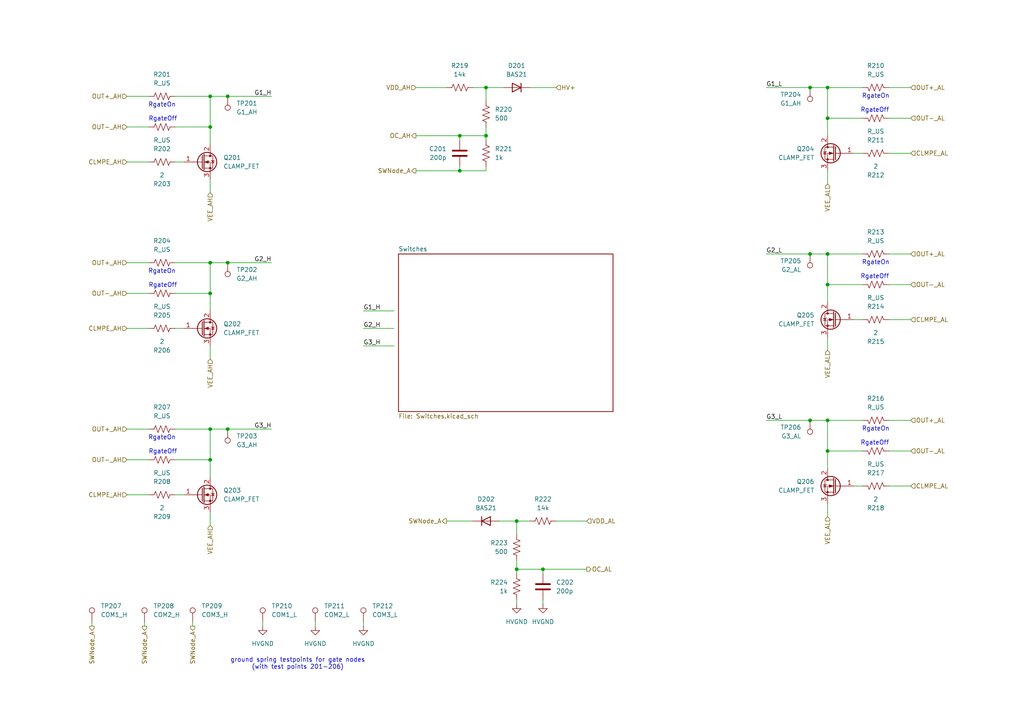
<source format=kicad_sch>
(kicad_sch (version 20250114) (generator "eeschema") (generator_version "9.0")
  (paper "A4")
  (lib_symbols
    (symbol "Connector:TestPoint" (pin_numbers (hide yes)) (pin_names (offset 0.762) (hide yes))
      (property "Reference" "TP" (at 0 6.858 0))
      (property "Value" "TestPoint" (at 0 5.08 0))
      (symbol "TestPoint_0_1"
        (circle (center 0 3.302) (radius 0.762))
      )
      (symbol "TestPoint_1_1"
        (pin passive line (at 0 0 90) (length 2.54) (name "1") (number "1"))
      )
    )
    (symbol "Device:C" (pin_numbers (hide yes)) (pin_names (offset 0.254))
      (property "Reference" "C" (at 0.635 2.54 0))
      (property "Value" "C" (at 0.635 -2.54 0))
      (symbol "C_0_1"
        (polyline (pts (xy -2.032 0.762) (xy 2.032 0.762)) (stroke (width 0.508)))
        (polyline (pts (xy -2.032 -0.762) (xy 2.032 -0.762)) (stroke (width 0.508)))
      )
      (symbol "C_1_1"
        (pin passive line (at 0 3.81 270) (length 2.794) (name "~") (number "1"))
        (pin passive line (at 0 -3.81 90) (length 2.794) (name "~") (number "2"))
      )
    )
    (symbol "Device:R_US" (pin_numbers (hide yes)) (pin_names (offset 0))
      (property "Reference" "R" (at 2.54 0 90))
      (property "Value" "R_US" (at -2.54 0 90))
      (symbol "R_US_0_1"
        (polyline (pts (xy 0 2.286) (xy 0 2.54)))
        (polyline (pts (xy 0 2.286) (xy 1.016 1.905) (xy 0 1.524) (xy -1.016 1.143) (xy 0 0.762)))
        (polyline (pts (xy 0 0.762) (xy 1.016 0.381) (xy 0 0) (xy -1.016 -0.381) (xy 0 -0.762)))
        (polyline (pts (xy 0 -0.762) (xy 1.016 -1.143) (xy 0 -1.524) (xy -1.016 -1.905) (xy 0 -2.286)))
        (polyline (pts (xy 0 -2.286) (xy 0 -2.54)))
      )
      (symbol "R_US_1_1"
        (pin passive line (at 0 3.81 270) (length 1.27) (name "~") (number "1"))
        (pin passive line (at 0 -3.81 90) (length 1.27) (name "~") (number "2"))
      )
    )
    (symbol "Diode:BAS21" (pin_numbers (hide yes)) (pin_names (hide yes))
      (property "Reference" "D" (at 0 2.54 0))
      (property "Value" "BAS21" (at 0 -2.54 0))
      (symbol "BAS21_0_1"
        (polyline (pts (xy -1.27 1.27) (xy -1.27 -1.27)) (stroke (width 0.254)))
        (polyline (pts (xy 1.27 1.27) (xy 1.27 -1.27) (xy -1.27 0) (xy 1.27 1.27)) (stroke (width 0.254)))
        (polyline (pts (xy 1.27 0) (xy -1.27 0)))
      )
      (symbol "BAS21_1_1"
        (pin passive line (at -3.81 0 0) (length 2.54) (name "K") (number "3"))
        (pin no_connect line (at -1.27 0 0) (length 2.54) (hide yes) (name "NC") (number "2"))
        (pin passive line (at 3.81 0 180) (length 2.54) (name "A") (number "1"))
      )
    )
    (symbol "Transistor_FET_Other:Q_NMOS_Depletion_GDS" (pin_names (offset 0) (hide yes))
      (property "Reference" "Q" (at 5.08 1.905 0))
      (property "Value" "Q_NMOS_Depletion_GDS" (at 5.08 0 0))
      (symbol "Q_NMOS_Depletion_GDS_0_1"
        (polyline (pts (xy 0.254 1.905) (xy 0.254 -1.905)) (stroke (width 0.254)))
        (polyline (pts (xy 0.254 0) (xy -2.54 0)))
        (polyline (pts (xy 0.762 2.286) (xy 0.762 -2.286)) (stroke (width 0.254)))
        (polyline (pts (xy 0.762 -1.778) (xy 3.302 -1.778) (xy 3.302 1.778) (xy 0.762 1.778)))
        (polyline (pts (xy 1.016 0) (xy 2.032 0.381) (xy 2.032 -0.381) (xy 1.016 0)) (fill (type outline)))
        (circle (center 1.651 0) (radius 2.794) (stroke (width 0.254)))
        (polyline (pts (xy 2.54 2.54) (xy 2.54 1.778)))
        (circle (center 2.54 1.778) (radius 0.254) (fill (type outline)))
        (circle (center 2.54 -1.778) (radius 0.254) (fill (type outline)))
        (polyline (pts (xy 2.54 -2.54) (xy 2.54 0) (xy 0.762 0)))
        (polyline (pts (xy 2.794 0.508) (xy 2.921 0.381) (xy 3.683 0.381) (xy 3.81 0.254)))
        (polyline (pts (xy 3.302 0.381) (xy 2.921 -0.254) (xy 3.683 -0.254) (xy 3.302 0.381)))
      )
      (symbol "Q_NMOS_Depletion_GDS_1_1"
        (pin input line (at -5.08 0 0) (length 2.54) (name "G") (number "1"))
        (pin passive line (at 2.54 5.08 270) (length 2.54) (name "D") (number "2"))
        (pin passive line (at 2.54 -5.08 90) (length 2.54) (name "S") (number "3"))
      )
    )
    (symbol "power:GND" (power) (pin_numbers (hide yes)) (pin_names (offset 0) (hide yes))
      (property "Value" "GND" (at 0 -3.81 0))
      (symbol "GND_0_1"
        (polyline (pts (xy 0 0) (xy 0 -1.27) (xy 1.27 -1.27) (xy 0 -2.54) (xy -1.27 -1.27) (xy 0 -1.27)))
      )
      (symbol "GND_1_1"
        (pin power_in line (at 0 0 270) (length 0) (name "~") (number "1"))
      )
    )
  )
  (text "RgateOn" (at 254 124.46 0) (effects (font (size 1.27 1.27))))
  (text "RgateOff" (at 47.244 34.544 0) (effects (font (size 1.27 1.27))))
  (text "RgateOn" (at 254 27.94 0) (effects (font (size 1.27 1.27))))
  (text "RgateOff" (at 47.244 131.064 0) (effects (font (size 1.27 1.27))))
  (text "RgateOff" (at 253.746 32.004 0) (effects (font (size 1.27 1.27))))
  (text "RgateOn" (at 46.99 30.48 0) (effects (font (size 1.27 1.27))))
  (text "RgateOn" (at 46.99 78.74 0) (effects (font (size 1.27 1.27))))
  (text "RgateOn" (at 254 76.2 0) (effects (font (size 1.27 1.27))))
  (text "RgateOff" (at 253.746 80.264 0) (effects (font (size 1.27 1.27))))
  (text "RgateOff" (at 253.746 128.524 0) (effects (font (size 1.27 1.27))))
  (text "ground spring testpoints for gate nodes\n(with test points 201-206)" (at 86.36 192.532 0) (effects (font (size 1.27 1.27))))
  (text "RgateOn" (at 46.99 127 0) (effects (font (size 1.27 1.27))))
  (text "RgateOff" (at 47.244 82.804 0) (effects (font (size 1.27 1.27))))
  (junction (at 240.03 82.55))
  (junction (at 234.95 73.66))
  (junction (at 240.03 130.81))
  (junction (at 60.96 76.2))
  (junction (at 234.95 25.4))
  (junction (at 240.03 121.92))
  (junction (at 133.35 49.53))
  (junction (at 66.04 76.2))
  (junction (at 66.04 27.94))
  (junction (at 133.35 39.37))
  (junction (at 240.03 73.66))
  (junction (at 140.97 39.37))
  (junction (at 240.03 34.29))
  (junction (at 60.96 36.83))
  (junction (at 240.03 25.4))
  (junction (at 149.86 165.1))
  (junction (at 157.48 165.1))
  (junction (at 60.96 133.35))
  (junction (at 60.96 85.09))
  (junction (at 140.97 25.4))
  (junction (at 60.96 27.94))
  (junction (at 234.95 121.92))
  (junction (at 66.04 124.46))
  (junction (at 149.86 151.13))
  (junction (at 60.96 124.46))
  (wire (pts (xy 157.48 165.1) (xy 149.86 165.1)))
  (wire (pts (xy 36.83 95.25) (xy 43.18 95.25)))
  (wire (pts (xy 36.83 76.2) (xy 43.18 76.2)))
  (wire (pts (xy 140.97 36.83) (xy 140.97 39.37)))
  (wire (pts (xy 60.96 36.83) (xy 60.96 41.91)))
  (wire (pts (xy 149.86 151.13) (xy 144.78 151.13)))
  (wire (pts (xy 120.65 25.4) (xy 129.54 25.4)))
  (wire (pts (xy 240.03 73.66) (xy 240.03 82.55)))
  (wire (pts (xy 140.97 49.53) (xy 140.97 48.26)))
  (wire (pts (xy 240.03 130.81) (xy 240.03 135.89)))
  (wire (pts (xy 36.83 46.99) (xy 43.18 46.99)))
  (wire (pts (xy 264.16 73.66) (xy 257.81 73.66)))
  (wire (pts (xy 133.35 39.37) (xy 133.35 40.64)))
  (wire (pts (xy 36.83 85.09) (xy 43.18 85.09)))
  (wire (pts (xy 250.19 140.97) (xy 247.65 140.97)))
  (wire (pts (xy 105.41 100.33) (xy 114.3 100.33)))
  (wire (pts (xy 240.03 82.55) (xy 240.03 87.63)))
  (wire (pts (xy 240.03 73.66) (xy 234.95 73.66)))
  (wire (pts (xy 240.03 121.92) (xy 234.95 121.92)))
  (wire (pts (xy 133.35 49.53) (xy 140.97 49.53)))
  (wire (pts (xy 60.96 124.46) (xy 66.04 124.46)))
  (wire (pts (xy 50.8 76.2) (xy 60.96 76.2)))
  (wire (pts (xy 105.41 90.17) (xy 114.3 90.17)))
  (wire (pts (xy 170.18 165.1) (xy 157.48 165.1)))
  (wire (pts (xy 240.03 49.53) (xy 240.03 53.34)))
  (wire (pts (xy 60.96 76.2) (xy 60.96 85.09)))
  (wire (pts (xy 66.04 76.2) (xy 78.74 76.2)))
  (wire (pts (xy 264.16 34.29) (xy 257.81 34.29)))
  (wire (pts (xy 60.96 100.33) (xy 60.96 104.14)))
  (wire (pts (xy 105.41 181.61) (xy 105.41 180.34)))
  (wire (pts (xy 120.65 49.53) (xy 133.35 49.53)))
  (wire (pts (xy 157.48 173.99) (xy 157.48 175.26)))
  (wire (pts (xy 50.8 27.94) (xy 60.96 27.94)))
  (wire (pts (xy 36.83 124.46) (xy 43.18 124.46)))
  (wire (pts (xy 120.65 39.37) (xy 133.35 39.37)))
  (wire (pts (xy 36.83 27.94) (xy 43.18 27.94)))
  (wire (pts (xy 50.8 95.25) (xy 53.34 95.25)))
  (wire (pts (xy 105.41 95.25) (xy 114.3 95.25)))
  (wire (pts (xy 60.96 148.59) (xy 60.96 152.4)))
  (wire (pts (xy 60.96 124.46) (xy 60.96 133.35)))
  (wire (pts (xy 133.35 39.37) (xy 140.97 39.37)))
  (wire (pts (xy 250.19 44.45) (xy 247.65 44.45)))
  (wire (pts (xy 36.83 143.51) (xy 43.18 143.51)))
  (wire (pts (xy 55.88 181.61) (xy 55.88 180.34)))
  (wire (pts (xy 264.16 25.4) (xy 257.81 25.4)))
  (wire (pts (xy 240.03 25.4) (xy 240.03 34.29)))
  (wire (pts (xy 60.96 27.94) (xy 60.96 36.83)))
  (wire (pts (xy 170.18 151.13) (xy 161.29 151.13)))
  (wire (pts (xy 50.8 143.51) (xy 53.34 143.51)))
  (wire (pts (xy 60.96 133.35) (xy 60.96 138.43)))
  (wire (pts (xy 149.86 175.26) (xy 149.86 173.99)))
  (wire (pts (xy 250.19 25.4) (xy 240.03 25.4)))
  (wire (pts (xy 41.91 181.61) (xy 41.91 180.34)))
  (wire (pts (xy 149.86 162.56) (xy 149.86 165.1)))
  (wire (pts (xy 36.83 36.83) (xy 43.18 36.83)))
  (wire (pts (xy 149.86 166.37) (xy 149.86 165.1)))
  (wire (pts (xy 240.03 121.92) (xy 240.03 130.81)))
  (wire (pts (xy 60.96 27.94) (xy 66.04 27.94)))
  (wire (pts (xy 234.95 25.4) (xy 222.25 25.4)))
  (wire (pts (xy 66.04 124.46) (xy 78.74 124.46)))
  (wire (pts (xy 264.16 82.55) (xy 257.81 82.55)))
  (wire (pts (xy 264.16 92.71) (xy 257.81 92.71)))
  (wire (pts (xy 234.95 73.66) (xy 222.25 73.66)))
  (wire (pts (xy 140.97 40.64) (xy 140.97 39.37)))
  (wire (pts (xy 149.86 151.13) (xy 149.86 154.94)))
  (wire (pts (xy 264.16 44.45) (xy 257.81 44.45)))
  (wire (pts (xy 60.96 52.07) (xy 60.96 55.88)))
  (wire (pts (xy 60.96 76.2) (xy 66.04 76.2)))
  (wire (pts (xy 250.19 92.71) (xy 247.65 92.71)))
  (wire (pts (xy 264.16 130.81) (xy 257.81 130.81)))
  (wire (pts (xy 36.83 133.35) (xy 43.18 133.35)))
  (wire (pts (xy 264.16 140.97) (xy 257.81 140.97)))
  (wire (pts (xy 240.03 34.29) (xy 240.03 39.37)))
  (wire (pts (xy 250.19 73.66) (xy 240.03 73.66)))
  (wire (pts (xy 50.8 36.83) (xy 60.96 36.83)))
  (wire (pts (xy 91.44 181.61) (xy 91.44 180.34)))
  (wire (pts (xy 50.8 46.99) (xy 53.34 46.99)))
  (wire (pts (xy 234.95 121.92) (xy 222.25 121.92)))
  (wire (pts (xy 240.03 97.79) (xy 240.03 101.6)))
  (wire (pts (xy 250.19 82.55) (xy 240.03 82.55)))
  (wire (pts (xy 153.67 151.13) (xy 149.86 151.13)))
  (wire (pts (xy 157.48 165.1) (xy 157.48 166.37)))
  (wire (pts (xy 50.8 133.35) (xy 60.96 133.35)))
  (wire (pts (xy 50.8 124.46) (xy 60.96 124.46)))
  (wire (pts (xy 26.67 181.61) (xy 26.67 180.34)))
  (wire (pts (xy 137.16 25.4) (xy 140.97 25.4)))
  (wire (pts (xy 264.16 121.92) (xy 257.81 121.92)))
  (wire (pts (xy 60.96 85.09) (xy 60.96 90.17)))
  (wire (pts (xy 66.04 27.94) (xy 78.74 27.94)))
  (wire (pts (xy 133.35 48.26) (xy 133.35 49.53)))
  (wire (pts (xy 250.19 121.92) (xy 240.03 121.92)))
  (wire (pts (xy 76.2 181.61) (xy 76.2 180.34)))
  (wire (pts (xy 140.97 25.4) (xy 140.97 29.21)))
  (wire (pts (xy 140.97 25.4) (xy 146.05 25.4)))
  (wire (pts (xy 50.8 85.09) (xy 60.96 85.09)))
  (wire (pts (xy 250.19 34.29) (xy 240.03 34.29)))
  (wire (pts (xy 153.67 25.4) (xy 161.29 25.4)))
  (wire (pts (xy 137.16 151.13) (xy 129.54 151.13)))
  (wire (pts (xy 250.19 130.81) (xy 240.03 130.81)))
  (wire (pts (xy 240.03 25.4) (xy 234.95 25.4)))
  (wire (pts (xy 240.03 146.05) (xy 240.03 149.86)))
  (label "G1_L" (at 222.25 25.4 0))
  (label "G2_L" (at 222.25 73.66 0))
  (label "G3_H" (at 105.41 100.33 0))
  (label "G3_L" (at 222.25 121.92 0))
  (label "G1_H" (at 105.41 90.17 0))
  (label "G2_H" (at 78.74 76.2 180))
  (label "G2_H" (at 105.41 95.25 0))
  (label "G3_H" (at 78.74 124.46 180))
  (label "G1_H" (at 78.74 27.94 180))
  (hierarchical_label "CLMPE_AL" (shape input) (at 264.16 44.45 0))
  (hierarchical_label "OUT+_AL" (shape input) (at 264.16 73.66 0))
  (hierarchical_label "VEE_AL" (shape input) (at 240.03 149.86 270))
  (hierarchical_label "SWNode_A" (shape output) (at 120.65 49.53 180))
  (hierarchical_label "VEE_AL" (shape input) (at 240.03 101.6 270))
  (hierarchical_label "OUT+_AH" (shape input) (at 36.83 124.46 180))
  (hierarchical_label "SWNode_A" (shape output) (at 41.91 181.61 270))
  (hierarchical_label "VDD_AL" (shape input) (at 170.18 151.13 0))
  (hierarchical_label "OC_AL" (shape output) (at 170.18 165.1 0))
  (hierarchical_label "SWNode_A" (shape output) (at 129.54 151.13 180))
  (hierarchical_label "CLMPE_AH" (shape input) (at 36.83 143.51 180))
  (hierarchical_label "OUT-_AL" (shape input) (at 264.16 130.81 0))
  (hierarchical_label "CLMPE_AH" (shape input) (at 36.83 95.25 180))
  (hierarchical_label "OUT+_AH" (shape input) (at 36.83 76.2 180))
  (hierarchical_label "OUT-_AL" (shape input) (at 264.16 34.29 0))
  (hierarchical_label "OUT+_AL" (shape input) (at 264.16 25.4 0))
  (hierarchical_label "CLMPE_AL" (shape input) (at 264.16 92.71 0))
  (hierarchical_label "OC_AH" (shape output) (at 120.65 39.37 180))
  (hierarchical_label "OUT-_AH" (shape input) (at 36.83 85.09 180))
  (hierarchical_label "OUT-_AH" (shape input) (at 36.83 36.83 180))
  (hierarchical_label "VEE_AH" (shape input) (at 60.96 55.88 270))
  (hierarchical_label "VDD_AH" (shape input) (at 120.65 25.4 180))
  (hierarchical_label "OUT+_AH" (shape input) (at 36.83 27.94 180))
  (hierarchical_label "OUT+_AL" (shape input) (at 264.16 121.92 0))
  (hierarchical_label "HV+" (shape input) (at 161.29 25.4 0))
  (hierarchical_label "VEE_AH" (shape input) (at 60.96 152.4 270))
  (hierarchical_label "CLMPE_AL" (shape input) (at 264.16 140.97 0))
  (hierarchical_label "VEE_AL" (shape input) (at 240.03 53.34 270))
  (hierarchical_label "OUT-_AH" (shape input) (at 36.83 133.35 180))
  (hierarchical_label "CLMPE_AH" (shape input) (at 36.83 46.99 180))
  (hierarchical_label "VEE_AH" (shape input) (at 60.96 104.14 270))
  (hierarchical_label "OUT-_AL" (shape input) (at 264.16 82.55 0))
  (hierarchical_label "SWNode_A" (shape output) (at 26.67 181.61 270))
  (hierarchical_label "SWNode_A" (shape output) (at 55.88 181.61 270))
  (symbol (lib_id "Connector:TestPoint") (at 66.04 27.94 180) (unit 1)
    (property "Reference" "TP201" (at 68.58 29.9719 0) (effects (justify right)))
    (property "Value" "G1_AH" (at 68.58 32.5119 0) (effects (justify right)))
    (property "Footprint" "TestPoint:TestPoint_Pad_D2.0mm" (effects (hide yes)))
    (property "Description" "test point" (effects (hide yes)))
  )
  (symbol (lib_id "Device:R_US") (at 254 140.97 90) (mirror x) (unit 1)
    (property "Reference" "R218" (at 254 147.32 90))
    (property "Value" "2" (at 254 144.78 90))
    (property "Footprint" "Resistor_SMD:R_0603_1608Metric" (effects (hide yes)))
    (property "Description" "Resistor, US symbol" (effects (hide yes)))
  )
  (symbol (lib_id "Device:R_US") (at 254 73.66 90) (mirror x) (unit 1)
    (property "Reference" "R213" (at 254 67.31 90))
    (property "Value" "R_US" (at 254 69.85 90))
    (property "Footprint" "Resistor_SMD:R_0603_1608Metric" (effects (hide yes)))
    (property "Description" "Resistor, US symbol" (effects (hide yes)))
  )
  (symbol (lib_id "power:GND") (at 157.48 175.26 0) (mirror y) (unit 1)
    (property "Reference" "#PWR092" (effects (hide yes)))
    (property "Value" "HVGND" (at 157.48 180.34 0))
    (property "Description" "Power symbol creates a global label with name \"GND\" , ground" (effects (hide yes)))
  )
  (symbol (lib_id "Connector:TestPoint") (at 234.95 25.4 0) (mirror x) (unit 1)
    (property "Reference" "TP204" (at 232.41 27.4319 0) (effects (justify right)))
    (property "Value" "G1_AH" (at 232.41 29.9719 0) (effects (justify right)))
    (property "Footprint" "TestPoint:TestPoint_Pad_D2.0mm" (effects (hide yes)))
    (property "Description" "test point" (effects (hide yes)))
  )
  (symbol (lib_id "Device:R_US") (at 149.86 158.75 0) (unit 1)
    (property "Reference" "R223" (at 147.32 157.4799 0) (effects (justify right)))
    (property "Value" "500" (at 147.32 160.0199 0) (effects (justify right)))
    (property "Footprint" "Resistor_SMD:R_0603_1608Metric" (effects (hide yes)))
    (property "Description" "Resistor, US symbol" (effects (hide yes)))
  )
  (symbol (lib_id "power:GND") (at 149.86 175.26 0) (mirror y) (unit 1)
    (property "Reference" "#PWR089" (effects (hide yes)))
    (property "Value" "HVGND" (at 149.86 180.34 0))
    (property "Description" "Power symbol creates a global label with name \"GND\" , ground" (effects (hide yes)))
  )
  (symbol (lib_id "Device:R_US") (at 157.48 151.13 90) (unit 1)
    (property "Reference" "R222" (at 157.48 144.78 90))
    (property "Value" "14k" (at 157.48 147.32 90))
    (property "Footprint" "Resistor_SMD:R_0603_1608Metric" (effects (hide yes)))
    (property "Description" "Resistor, US symbol" (effects (hide yes)))
  )
  (symbol (lib_id "power:GND") (at 91.44 181.61 0) (mirror y) (unit 1)
    (property "Reference" "#PWR080" (effects (hide yes)))
    (property "Value" "HVGND" (at 91.44 186.69 0))
    (property "Description" "Power symbol creates a global label with name \"GND\" , ground" (effects (hide yes)))
  )
  (symbol (lib_id "Device:R_US") (at 46.99 133.35 90) (unit 1)
    (property "Reference" "R208" (at 46.99 139.7 90))
    (property "Value" "R_US" (at 46.99 137.16 90))
    (property "Footprint" "Resistor_SMD:R_0603_1608Metric" (effects (hide yes)))
    (property "Description" "Resistor, US symbol" (effects (hide yes)))
  )
  (symbol (lib_id "Connector:TestPoint") (at 41.91 180.34 0) (mirror y) (unit 1)
    (property "Reference" "TP208" (at 44.45 175.7679 0) (effects (justify right)))
    (property "Value" "COM2_H" (at 44.45 178.3079 0) (effects (justify right)))
    (property "Footprint" "TestPoint:TestPoint_Pad_D2.0mm" (effects (hide yes)))
    (property "Description" "test point" (effects (hide yes)))
  )
  (symbol (lib_id "Device:R_US") (at 149.86 170.18 0) (unit 1)
    (property "Reference" "R224" (at 147.32 168.9099 0) (effects (justify right)))
    (property "Value" "1k" (at 147.32 171.4499 0) (effects (justify right)))
    (property "Footprint" "Resistor_SMD:R_0603_1608Metric" (effects (hide yes)))
    (property "Description" "Resistor, US symbol" (effects (hide yes)))
  )
  (symbol (lib_id "Connector:TestPoint") (at 55.88 180.34 0) (mirror y) (unit 1)
    (property "Reference" "TP209" (at 58.42 175.7679 0) (effects (justify right)))
    (property "Value" "COM3_H" (at 58.42 178.3079 0) (effects (justify right)))
    (property "Footprint" "TestPoint:TestPoint_Pad_D2.0mm" (effects (hide yes)))
    (property "Description" "test point" (effects (hide yes)))
  )
  (symbol (lib_id "Device:R_US") (at 46.99 27.94 270) (unit 1)
    (property "Reference" "R201" (at 46.99 21.59 90))
    (property "Value" "R_US" (at 46.99 24.13 90))
    (property "Footprint" "Resistor_SMD:R_0603_1608Metric" (effects (hide yes)))
    (property "Description" "Resistor, US symbol" (effects (hide yes)))
  )
  (symbol (lib_id "Device:R_US") (at 133.35 25.4 90) (unit 1)
    (property "Reference" "R219" (at 133.35 19.05 90))
    (property "Value" "14k" (at 133.35 21.59 90))
    (property "Footprint" "Resistor_SMD:R_0603_1608Metric" (effects (hide yes)))
    (property "Description" "Resistor, US symbol" (effects (hide yes)))
  )
  (symbol (lib_id "Device:R_US") (at 254 121.92 90) (mirror x) (unit 1)
    (property "Reference" "R216" (at 254 115.57 90))
    (property "Value" "R_US" (at 254 118.11 90))
    (property "Footprint" "Resistor_SMD:R_0603_1608Metric" (effects (hide yes)))
    (property "Description" "Resistor, US symbol" (effects (hide yes)))
  )
  (symbol (lib_id "Device:R_US") (at 46.99 95.25 270) (unit 1)
    (property "Reference" "R206" (at 46.99 101.6 90))
    (property "Value" "2" (at 46.99 99.06 90))
    (property "Footprint" "Resistor_SMD:R_0603_1608Metric" (effects (hide yes)))
    (property "Description" "Resistor, US symbol" (effects (hide yes)))
  )
  (symbol (lib_id "Device:R_US") (at 46.99 143.51 270) (unit 1)
    (property "Reference" "R209" (at 46.99 149.86 90))
    (property "Value" "2" (at 46.99 147.32 90))
    (property "Footprint" "Resistor_SMD:R_0603_1608Metric" (effects (hide yes)))
    (property "Description" "Resistor, US symbol" (effects (hide yes)))
  )
  (symbol (lib_id "Connector:TestPoint") (at 105.41 180.34 0) (mirror y) (unit 1)
    (property "Reference" "TP212" (at 107.95 175.7679 0) (effects (justify right)))
    (property "Value" "COM3_L" (at 107.95 178.3079 0) (effects (justify right)))
    (property "Footprint" "TestPoint:TestPoint_Pad_D2.0mm" (effects (hide yes)))
    (property "Description" "test point" (effects (hide yes)))
  )
  (symbol (lib_id "Connector:TestPoint") (at 91.44 180.34 0) (mirror y) (unit 1)
    (property "Reference" "TP211" (at 93.98 175.7679 0) (effects (justify right)))
    (property "Value" "COM2_L" (at 93.98 178.3079 0) (effects (justify right)))
    (property "Footprint" "TestPoint:TestPoint_Pad_D2.0mm" (effects (hide yes)))
    (property "Description" "test point" (effects (hide yes)))
  )
  (symbol (lib_id "Diode:BAS21") (at 140.97 151.13 0) (unit 1)
    (property "Reference" "D202" (at 140.97 144.78 0))
    (property "Value" "BAS21" (at 140.97 147.32 0))
    (property "Footprint" "Package_TO_SOT_SMD:SOT-23" (effects (hide yes)))
    (property "Datasheet" "https://www.diodes.com/assets/Datasheets/Ds12004.pdf" (effects (hide yes)))
    (property "Description" "250V, 0.4A, High-speed Switching Diode, SOT-23" (effects (hide yes)))
  )
  (symbol (lib_id "Diode:BAS21") (at 149.86 25.4 180) (unit 1)
    (property "Reference" "D201" (at 149.86 19.05 0))
    (property "Value" "BAS21" (at 149.86 21.59 0))
    (property "Footprint" "Package_TO_SOT_SMD:SOT-23" (effects (hide yes)))
    (property "Datasheet" "https://www.diodes.com/assets/Datasheets/Ds12004.pdf" (effects (hide yes)))
    (property "Description" "250V, 0.4A, High-speed Switching Diode, SOT-23" (effects (hide yes)))
  )
  (symbol (lib_id "Device:R_US") (at 46.99 46.99 270) (unit 1)
    (property "Reference" "R203" (at 46.99 53.34 90))
    (property "Value" "2" (at 46.99 50.8 90))
    (property "Footprint" "Resistor_SMD:R_0603_1608Metric" (effects (hide yes)))
    (property "Description" "Resistor, US symbol" (effects (hide yes)))
  )
  (symbol (lib_id "Device:R_US") (at 140.97 44.45 0) (unit 1)
    (property "Reference" "R221" (at 143.51 43.1799 0) (effects (justify left)))
    (property "Value" "1k" (at 143.51 45.7199 0) (effects (justify left)))
    (property "Footprint" "Resistor_SMD:R_0603_1608Metric" (effects (hide yes)))
    (property "Description" "Resistor, US symbol" (effects (hide yes)))
  )
  (symbol (lib_id "power:GND") (at 105.41 181.61 0) (mirror y) (unit 1)
    (property "Reference" "#PWR088" (effects (hide yes)))
    (property "Value" "HVGND" (at 105.41 186.69 0))
    (property "Description" "Power symbol creates a global label with name \"GND\" , ground" (effects (hide yes)))
  )
  (symbol (lib_id "Connector:TestPoint") (at 26.67 180.34 0) (mirror y) (unit 1)
    (property "Reference" "TP207" (at 29.21 175.7679 0) (effects (justify right)))
    (property "Value" "COM1_H" (at 29.21 178.3079 0) (effects (justify right)))
    (property "Footprint" "TestPoint:TestPoint_Pad_D2.0mm" (effects (hide yes)))
    (property "Description" "test point" (effects (hide yes)))
  )
  (symbol (lib_id "Device:R_US") (at 254 25.4 90) (mirror x) (unit 1)
    (property "Reference" "R210" (at 254 19.05 90))
    (property "Value" "R_US" (at 254 21.59 90))
    (property "Footprint" "Resistor_SMD:R_0603_1608Metric" (effects (hide yes)))
    (property "Description" "Resistor, US symbol" (effects (hide yes)))
  )
  (symbol (lib_id "Device:R_US") (at 254 130.81 270) (mirror x) (unit 1)
    (property "Reference" "R217" (at 254 137.16 90))
    (property "Value" "R_US" (at 254 134.62 90))
    (property "Footprint" "Resistor_SMD:R_0603_1608Metric" (effects (hide yes)))
    (property "Description" "Resistor, US symbol" (effects (hide yes)))
  )
  (symbol (lib_id "Transistor_FET_Other:Q_NMOS_Depletion_GDS") (at 242.57 44.45 0) (mirror y) (unit 1)
    (property "Reference" "Q204" (at 236.22 43.1799 0) (effects (justify left)))
    (property "Value" "CLAMP_FET" (at 236.22 45.7199 0) (effects (justify left)))
    (property "Footprint" "Package_TO_SOT_SMD:TO-252-2" (effects (hide yes)))
    (property "Description" "Depletion-mode N-channel MOSFET gate/drain/source" (effects (hide yes)))
  )
  (symbol (lib_id "Transistor_FET_Other:Q_NMOS_Depletion_GDS") (at 242.57 92.71 0) (mirror y) (unit 1)
    (property "Reference" "Q205" (at 236.22 91.4399 0) (effects (justify left)))
    (property "Value" "CLAMP_FET" (at 236.22 93.9799 0) (effects (justify left)))
    (property "Footprint" "Package_TO_SOT_SMD:TO-252-2" (effects (hide yes)))
    (property "Description" "Depletion-mode N-channel MOSFET gate/drain/source" (effects (hide yes)))
  )
  (symbol (lib_id "Device:R_US") (at 254 82.55 270) (mirror x) (unit 1)
    (property "Reference" "R214" (at 254 88.9 90))
    (property "Value" "R_US" (at 254 86.36 90))
    (property "Footprint" "Resistor_SMD:R_0603_1608Metric" (effects (hide yes)))
    (property "Description" "Resistor, US symbol" (effects (hide yes)))
  )
  (symbol (lib_id "Device:R_US") (at 46.99 36.83 90) (unit 1)
    (property "Reference" "R202" (at 46.99 43.18 90))
    (property "Value" "R_US" (at 46.99 40.64 90))
    (property "Footprint" "Resistor_SMD:R_0603_1608Metric" (effects (hide yes)))
    (property "Description" "Resistor, US symbol" (effects (hide yes)))
  )
  (symbol (lib_id "Connector:TestPoint") (at 234.95 73.66 0) (mirror x) (unit 1)
    (property "Reference" "TP205" (at 232.41 75.6919 0) (effects (justify right)))
    (property "Value" "G2_AL" (at 232.41 78.2319 0) (effects (justify right)))
    (property "Footprint" "TestPoint:TestPoint_Pad_D2.0mm" (effects (hide yes)))
    (property "Description" "test point" (effects (hide yes)))
  )
  (symbol (lib_id "Device:C") (at 157.48 170.18 0) (unit 1)
    (property "Reference" "C202" (at 161.29 168.9099 0) (effects (justify left)))
    (property "Value" "200p" (at 161.29 171.4499 0) (effects (justify left)))
    (property "Footprint" "Resistor_SMD:R_0603_1608Metric" (effects (hide yes)))
    (property "Description" "Unpolarized capacitor" (effects (hide yes)))
  )
  (symbol (lib_id "Device:R_US") (at 46.99 76.2 270) (unit 1)
    (property "Reference" "R204" (at 46.99 69.85 90))
    (property "Value" "R_US" (at 46.99 72.39 90))
    (property "Footprint" "Resistor_SMD:R_0603_1608Metric" (effects (hide yes)))
    (property "Description" "Resistor, US symbol" (effects (hide yes)))
  )
  (symbol (lib_id "Device:R_US") (at 254 44.45 90) (mirror x) (unit 1)
    (property "Reference" "R212" (at 254 50.8 90))
    (property "Value" "2" (at 254 48.26 90))
    (property "Footprint" "Resistor_SMD:R_0603_1608Metric" (effects (hide yes)))
    (property "Description" "Resistor, US symbol" (effects (hide yes)))
  )
  (symbol (lib_id "Device:R_US") (at 46.99 124.46 270) (unit 1)
    (property "Reference" "R207" (at 46.99 118.11 90))
    (property "Value" "R_US" (at 46.99 120.65 90))
    (property "Footprint" "Resistor_SMD:R_0603_1608Metric" (effects (hide yes)))
    (property "Description" "Resistor, US symbol" (effects (hide yes)))
  )
  (symbol (lib_id "Device:R_US") (at 46.99 85.09 90) (unit 1)
    (property "Reference" "R205" (at 46.99 91.44 90))
    (property "Value" "R_US" (at 46.99 88.9 90))
    (property "Footprint" "Resistor_SMD:R_0603_1608Metric" (effects (hide yes)))
    (property "Description" "Resistor, US symbol" (effects (hide yes)))
  )
  (symbol (lib_id "Transistor_FET_Other:Q_NMOS_Depletion_GDS") (at 58.42 95.25 0) (unit 1)
    (property "Reference" "Q202" (at 64.77 93.9799 0) (effects (justify left)))
    (property "Value" "CLAMP_FET" (at 64.77 96.5199 0) (effects (justify left)))
    (property "Footprint" "Package_TO_SOT_SMD:TO-252-2" (effects (hide yes)))
    (property "Description" "Depletion-mode N-channel MOSFET gate/drain/source" (effects (hide yes)))
  )
  (symbol (lib_id "power:GND") (at 76.2 181.61 0) (mirror y) (unit 1)
    (property "Reference" "#PWR079" (effects (hide yes)))
    (property "Value" "HVGND" (at 76.2 186.69 0))
    (property "Description" "Power symbol creates a global label with name \"GND\" , ground" (effects (hide yes)))
  )
  (symbol (lib_id "Transistor_FET_Other:Q_NMOS_Depletion_GDS") (at 58.42 143.51 0) (unit 1)
    (property "Reference" "Q203" (at 64.77 142.2399 0) (effects (justify left)))
    (property "Value" "CLAMP_FET" (at 64.77 144.7799 0) (effects (justify left)))
    (property "Footprint" "Package_TO_SOT_SMD:TO-252-2" (effects (hide yes)))
    (property "Description" "Depletion-mode N-channel MOSFET gate/drain/source" (effects (hide yes)))
  )
  (symbol (lib_id "Device:R_US") (at 254 92.71 90) (mirror x) (unit 1)
    (property "Reference" "R215" (at 254 99.06 90))
    (property "Value" "2" (at 254 96.52 90))
    (property "Footprint" "Resistor_SMD:R_0603_1608Metric" (effects (hide yes)))
    (property "Description" "Resistor, US symbol" (effects (hide yes)))
  )
  (symbol (lib_id "Device:R_US") (at 254 34.29 270) (mirror x) (unit 1)
    (property "Reference" "R211" (at 254 40.64 90))
    (property "Value" "R_US" (at 254 38.1 90))
    (property "Footprint" "Resistor_SMD:R_0603_1608Metric" (effects (hide yes)))
    (property "Description" "Resistor, US symbol" (effects (hide yes)))
  )
  (symbol (lib_id "Device:R_US") (at 140.97 33.02 0) (unit 1)
    (property "Reference" "R220" (at 143.51 31.7499 0) (effects (justify left)))
    (property "Value" "500" (at 143.51 34.2899 0) (effects (justify left)))
    (property "Footprint" "Resistor_SMD:R_0603_1608Metric" (effects (hide yes)))
    (property "Description" "Resistor, US symbol" (effects (hide yes)))
  )
  (symbol (lib_id "Connector:TestPoint") (at 234.95 121.92 0) (mirror x) (unit 1)
    (property "Reference" "TP206" (at 232.41 123.9519 0) (effects (justify right)))
    (property "Value" "G3_AL" (at 232.41 126.4919 0) (effects (justify right)))
    (property "Footprint" "TestPoint:TestPoint_Pad_D2.0mm" (effects (hide yes)))
    (property "Description" "test point" (effects (hide yes)))
  )
  (symbol (lib_id "Transistor_FET_Other:Q_NMOS_Depletion_GDS") (at 242.57 140.97 0) (mirror y) (unit 1)
    (property "Reference" "Q206" (at 236.22 139.6999 0) (effects (justify left)))
    (property "Value" "CLAMP_FET" (at 236.22 142.2399 0) (effects (justify left)))
    (property "Footprint" "Package_TO_SOT_SMD:TO-252-2" (effects (hide yes)))
    (property "Description" "Depletion-mode N-channel MOSFET gate/drain/source" (effects (hide yes)))
  )
  (symbol (lib_id "Connector:TestPoint") (at 76.2 180.34 0) (mirror y) (unit 1)
    (property "Reference" "TP210" (at 78.74 175.7679 0) (effects (justify right)))
    (property "Value" "COM1_L" (at 78.74 178.3079 0) (effects (justify right)))
    (property "Footprint" "TestPoint:TestPoint_Pad_D2.0mm" (effects (hide yes)))
    (property "Description" "test point" (effects (hide yes)))
  )
  (symbol (lib_id "Transistor_FET_Other:Q_NMOS_Depletion_GDS") (at 58.42 46.99 0) (unit 1)
    (property "Reference" "Q201" (at 64.77 45.7199 0) (effects (justify left)))
    (property "Value" "CLAMP_FET" (at 64.77 48.2599 0) (effects (justify left)))
    (property "Footprint" "Package_TO_SOT_SMD:TO-252-2" (effects (hide yes)))
    (property "Description" "Depletion-mode N-channel MOSFET gate/drain/source" (effects (hide yes)))
  )
  (symbol (lib_id "Device:C") (at 133.35 44.45 0) (mirror y) (unit 1)
    (property "Reference" "C201" (at 129.54 43.1799 0) (effects (justify left)))
    (property "Value" "200p" (at 129.54 45.7199 0) (effects (justify left)))
    (property "Footprint" "Resistor_SMD:R_0603_1608Metric" (effects (hide yes)))
    (property "Description" "Unpolarized capacitor" (effects (hide yes)))
  )
  (symbol (lib_id "Connector:TestPoint") (at 66.04 124.46 180) (unit 1)
    (property "Reference" "TP203" (at 68.58 126.4919 0) (effects (justify right)))
    (property "Value" "G3_AH" (at 68.58 129.0319 0) (effects (justify right)))
    (property "Footprint" "TestPoint:TestPoint_Pad_D2.0mm" (effects (hide yes)))
    (property "Description" "test point" (effects (hide yes)))
  )
  (symbol (lib_id "Connector:TestPoint") (at 66.04 76.2 180) (unit 1)
    (property "Reference" "TP202" (at 68.58 78.2319 0) (effects (justify right)))
    (property "Value" "G2_AH" (at 68.58 80.7719 0) (effects (justify right)))
    (property "Footprint" "TestPoint:TestPoint_Pad_D2.0mm" (effects (hide yes)))
    (property "Description" "test point" (effects (hide yes)))
  )
  (sheet (at 115.57 73.66) (size 62.23 45.72) (stroke (width 0.1524))
    (property "Sheetname" "Switches" (at 115.57 72.9484 0) (effects (justify left bottom)))
    (property "Sheetfile" "Switches.kicad_sch" (at 115.57 119.9646 0) (effects (justify left top)))
  )
)
</source>
